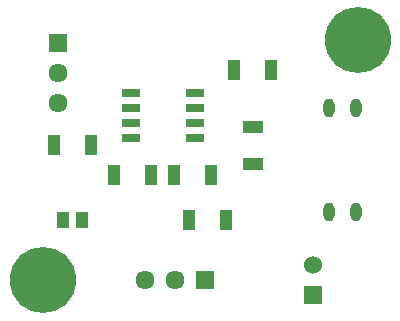
<source format=gbr>
%TF.GenerationSoftware,KiCad,Pcbnew,(6.0.8)*%
%TF.CreationDate,2023-06-05T07:52:39+02:00*%
%TF.ProjectId,SCS_dongle,5343535f-646f-46e6-976c-652e6b696361,rev?*%
%TF.SameCoordinates,Original*%
%TF.FileFunction,Soldermask,Top*%
%TF.FilePolarity,Negative*%
%FSLAX46Y46*%
G04 Gerber Fmt 4.6, Leading zero omitted, Abs format (unit mm)*
G04 Created by KiCad (PCBNEW (6.0.8)) date 2023-06-05 07:52:39*
%MOMM*%
%LPD*%
G01*
G04 APERTURE LIST*
%ADD10R,1.050000X1.800000*%
%ADD11C,5.600000*%
%ADD12R,1.800000X1.050000*%
%ADD13R,1.528000X0.650000*%
%ADD14R,1.610000X1.610000*%
%ADD15C,1.610000*%
%ADD16R,1.070000X1.470000*%
%ADD17O,0.950000X1.600000*%
%ADD18R,1.530000X1.530000*%
%ADD19C,1.530000*%
G04 APERTURE END LIST*
D10*
%TO.C,R6*%
X160300000Y-86360000D03*
X157200000Y-86360000D03*
%TD*%
D11*
%TO.C,*%
X172720000Y-74930000D03*
%TD*%
D12*
%TO.C,R1*%
X163830000Y-85370000D03*
X163830000Y-82270000D03*
%TD*%
D13*
%TO.C,CP1*%
X153499000Y-79375000D03*
X153499000Y-80645000D03*
X153499000Y-81915000D03*
X153499000Y-83185000D03*
X158921000Y-83185000D03*
X158921000Y-81915000D03*
X158921000Y-80645000D03*
X158921000Y-79375000D03*
%TD*%
D14*
%TO.C,J2*%
X147395000Y-75175000D03*
D15*
X147395000Y-77715000D03*
X147395000Y-80255000D03*
%TD*%
D16*
%TO.C,C1*%
X147770000Y-90170000D03*
X149410000Y-90170000D03*
%TD*%
D10*
%TO.C,R3*%
X150140000Y-83820000D03*
X147040000Y-83820000D03*
%TD*%
D17*
%TO.C,K1*%
X172593000Y-80690000D03*
X170307000Y-80690000D03*
X170307000Y-89490000D03*
X172593000Y-89490000D03*
%TD*%
D11*
%TO.C,*%
X146050000Y-95250000D03*
%TD*%
D14*
%TO.C,J1*%
X159775000Y-95250000D03*
D15*
X157235000Y-95250000D03*
X154695000Y-95250000D03*
%TD*%
D18*
%TO.C,J3*%
X168910000Y-96520000D03*
D19*
X168910000Y-93980000D03*
%TD*%
D10*
%TO.C,R2*%
X158470000Y-90170000D03*
X161570000Y-90170000D03*
%TD*%
%TO.C,R4*%
X152120000Y-86360000D03*
X155220000Y-86360000D03*
%TD*%
%TO.C,R5*%
X162280000Y-77470000D03*
X165380000Y-77470000D03*
%TD*%
M02*

</source>
